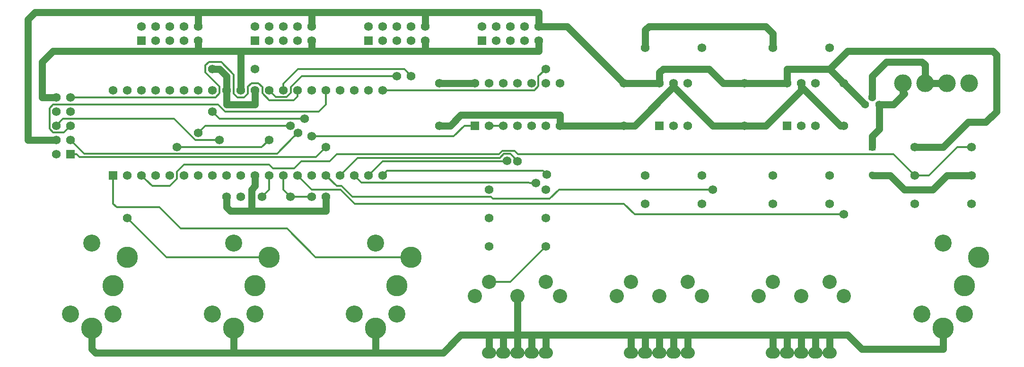
<source format=gbl>
G04 #@! TF.FileFunction,Copper,L2,Bot,Signal*
%FSLAX46Y46*%
G04 Gerber Fmt 4.6, Leading zero omitted, Abs format (unit mm)*
G04 Created by KiCad (PCBNEW (2016-03-22 BZR 6643, Git db8c72c)-product) date 3/23/2016 7:30:48 PM*
%MOMM*%
G01*
G04 APERTURE LIST*
%ADD10C,0.100000*%
%ADD11O,2.540000X2.032000*%
%ADD12C,2.540000*%
%ADD13C,1.574800*%
%ADD14R,1.574800X1.574800*%
%ADD15C,3.810000*%
%ADD16C,3.048000*%
%ADD17R,1.300000X1.300000*%
%ADD18C,1.300000*%
%ADD19C,3.175000*%
%ADD20C,1.397000*%
%ADD21C,1.270000*%
%ADD22C,0.304800*%
G04 APERTURE END LIST*
D10*
D11*
X190500000Y-115570000D03*
X180340000Y-115570000D03*
X185420000Y-115570000D03*
X182880000Y-115570000D03*
X187960000Y-115570000D03*
D12*
X185420000Y-105410000D03*
X177800000Y-105410000D03*
X193040000Y-105410000D03*
X180340000Y-102870000D03*
X190500000Y-102870000D03*
D11*
X215900000Y-115570000D03*
X205740000Y-115570000D03*
X210820000Y-115570000D03*
X208280000Y-115570000D03*
X213360000Y-115570000D03*
D12*
X210820000Y-105410000D03*
X203200000Y-105410000D03*
X218440000Y-105410000D03*
X205740000Y-102870000D03*
X215900000Y-102870000D03*
D11*
X165100000Y-115570000D03*
X154940000Y-115570000D03*
X160020000Y-115570000D03*
X157480000Y-115570000D03*
X162560000Y-115570000D03*
D12*
X160020000Y-105410000D03*
X152400000Y-105410000D03*
X167640000Y-105410000D03*
X154940000Y-102870000D03*
X165100000Y-102870000D03*
D13*
X241300000Y-88900000D03*
X231140000Y-88900000D03*
X193040000Y-88900000D03*
X182880000Y-88900000D03*
X215900000Y-88900000D03*
X205740000Y-88900000D03*
X182880000Y-60960000D03*
X193040000Y-60960000D03*
X205740000Y-60960000D03*
X215900000Y-60960000D03*
X165100000Y-86360000D03*
X154940000Y-86360000D03*
X154940000Y-96520000D03*
X165100000Y-96520000D03*
X165100000Y-91440000D03*
X154940000Y-91440000D03*
X87630000Y-68580000D03*
D14*
X87630000Y-83820000D03*
D13*
X90170000Y-68580000D03*
X90170000Y-83820000D03*
X92710000Y-68580000D03*
X92710000Y-83820000D03*
X95250000Y-68580000D03*
X95250000Y-83820000D03*
X97790000Y-68580000D03*
X97790000Y-83820000D03*
X100330000Y-68580000D03*
X100330000Y-83820000D03*
X102870000Y-68580000D03*
X102870000Y-83820000D03*
X105410000Y-68580000D03*
X105410000Y-83820000D03*
X107950000Y-68580000D03*
X107950000Y-83820000D03*
X110490000Y-68580000D03*
X110490000Y-83820000D03*
X113030000Y-68580000D03*
X113030000Y-83820000D03*
X115570000Y-68580000D03*
X115570000Y-83820000D03*
X118110000Y-68580000D03*
X118110000Y-83820000D03*
X120650000Y-68580000D03*
X120650000Y-83820000D03*
X123190000Y-68580000D03*
X123190000Y-83820000D03*
X125730000Y-68580000D03*
X125730000Y-83820000D03*
X128270000Y-68580000D03*
X128270000Y-83820000D03*
X130810000Y-68580000D03*
X130810000Y-83820000D03*
X133350000Y-68580000D03*
X133350000Y-83820000D03*
X135890000Y-68580000D03*
X135890000Y-83820000D03*
X185420000Y-67310000D03*
D14*
X185420000Y-74930000D03*
D13*
X187960000Y-67310000D03*
X187960000Y-74930000D03*
X190500000Y-67310000D03*
X190500000Y-74930000D03*
X208280000Y-67310000D03*
D14*
X208280000Y-74930000D03*
D13*
X210820000Y-67310000D03*
X210820000Y-74930000D03*
X213360000Y-67310000D03*
X213360000Y-74930000D03*
X152400000Y-67310000D03*
D14*
X152400000Y-74930000D03*
D13*
X154940000Y-67310000D03*
X154940000Y-74930000D03*
X157480000Y-67310000D03*
X157480000Y-74930000D03*
X160020000Y-67310000D03*
X160020000Y-74930000D03*
X162560000Y-67310000D03*
X162560000Y-74930000D03*
X165100000Y-67310000D03*
X165100000Y-74930000D03*
X167640000Y-67310000D03*
X167640000Y-74930000D03*
X182880000Y-83820000D03*
X193040000Y-83820000D03*
X231140000Y-78740000D03*
X241300000Y-78740000D03*
X231140000Y-83820000D03*
X241300000Y-83820000D03*
X205740000Y-83820000D03*
X215900000Y-83820000D03*
D15*
X236220000Y-111201200D03*
D16*
X240030000Y-108661200D03*
D15*
X240030000Y-103581200D03*
X242570000Y-98501200D03*
D16*
X236220000Y-95961200D03*
X232410000Y-108661200D03*
D15*
X109220000Y-111201200D03*
D16*
X113030000Y-108661200D03*
D15*
X113030000Y-103581200D03*
X115570000Y-98501200D03*
D16*
X109220000Y-95961200D03*
X105410000Y-108661200D03*
D15*
X134620000Y-111201200D03*
D16*
X138430000Y-108661200D03*
D15*
X138430000Y-103581200D03*
X140970000Y-98501200D03*
D16*
X134620000Y-95961200D03*
X130810000Y-108661200D03*
D15*
X83820000Y-111201200D03*
D16*
X87630000Y-108661200D03*
D15*
X87630000Y-103581200D03*
X90170000Y-98501200D03*
D16*
X83820000Y-95961200D03*
X80010000Y-108661200D03*
D13*
X218440000Y-67310000D03*
X218440000Y-74930000D03*
X200660000Y-67310000D03*
X200660000Y-74930000D03*
X179070000Y-67310000D03*
X179070000Y-74930000D03*
X146050000Y-67310000D03*
X146050000Y-74930000D03*
X105410000Y-64770000D03*
X113030000Y-64770000D03*
D17*
X223520000Y-78740000D03*
D18*
X223520000Y-83740000D03*
D19*
X229006400Y-67310000D03*
X232968800Y-67310000D03*
X236931200Y-67310000D03*
X240893600Y-67310000D03*
D13*
X123190000Y-87630000D03*
X125730000Y-87630000D03*
X110490000Y-87630000D03*
X107950000Y-87630000D03*
X119380000Y-87630000D03*
X114300000Y-87630000D03*
D20*
X222250000Y-71120000D03*
X223520000Y-69850000D03*
X224790000Y-71120000D03*
D14*
X92710000Y-59690000D03*
D13*
X92710000Y-57150000D03*
X95250000Y-59690000D03*
X95250000Y-57150000D03*
X97790000Y-59690000D03*
X97790000Y-57150000D03*
X100330000Y-59690000D03*
X100330000Y-57150000D03*
X102870000Y-59690000D03*
X102870000Y-57150000D03*
D14*
X113030000Y-59690000D03*
D13*
X113030000Y-57150000D03*
X115570000Y-59690000D03*
X115570000Y-57150000D03*
X118110000Y-59690000D03*
X118110000Y-57150000D03*
X120650000Y-59690000D03*
X120650000Y-57150000D03*
X123190000Y-59690000D03*
X123190000Y-57150000D03*
D14*
X133350000Y-59690000D03*
D13*
X133350000Y-57150000D03*
X135890000Y-59690000D03*
X135890000Y-57150000D03*
X138430000Y-59690000D03*
X138430000Y-57150000D03*
X140970000Y-59690000D03*
X140970000Y-57150000D03*
X143510000Y-59690000D03*
X143510000Y-57150000D03*
D14*
X153670000Y-59690000D03*
D13*
X153670000Y-57150000D03*
X156210000Y-59690000D03*
X156210000Y-57150000D03*
X158750000Y-59690000D03*
X158750000Y-57150000D03*
X161290000Y-59690000D03*
X161290000Y-57150000D03*
X163830000Y-59690000D03*
X163830000Y-57150000D03*
D14*
X80010000Y-80010000D03*
D13*
X77470000Y-80010000D03*
X80010000Y-77470000D03*
X77470000Y-77470000D03*
X80010000Y-74930000D03*
X77470000Y-74930000D03*
X80010000Y-72390000D03*
X77470000Y-72390000D03*
X80010000Y-69850000D03*
X77470000Y-69850000D03*
X90170000Y-91440000D03*
X160020000Y-81280000D03*
X163322000Y-85216998D03*
X158166700Y-81221844D03*
X165280470Y-83725011D03*
X165100000Y-64770000D03*
X125730000Y-78740000D03*
X120691126Y-76241126D03*
X106680000Y-77470000D03*
X140970000Y-66040000D03*
X138430000Y-66040000D03*
X99060000Y-78740000D03*
X115570000Y-77470000D03*
X102870000Y-76200000D03*
X119380000Y-74930000D03*
X105410000Y-72390000D03*
X121920000Y-73660000D03*
X194945000Y-86360000D03*
X218440000Y-90805000D03*
X123190000Y-76835000D03*
D21*
X123190000Y-61595000D02*
X110490000Y-61595000D01*
X110490000Y-61595000D02*
X102870000Y-61595000D01*
X110490000Y-68580000D02*
X110490000Y-61595000D01*
X163830000Y-61595000D02*
X143510000Y-61595000D01*
X163830000Y-59690000D02*
X163830000Y-61595000D01*
X143510000Y-61595000D02*
X123190000Y-61595000D01*
X143510000Y-59690000D02*
X143510000Y-61595000D01*
X123190000Y-59690000D02*
X123190000Y-61595000D01*
X77470000Y-69850000D02*
X74930000Y-69850000D01*
X74930000Y-69850000D02*
X74930000Y-63500000D01*
X74930000Y-63500000D02*
X76835000Y-61595000D01*
X102870000Y-61595000D02*
X102870000Y-59690000D01*
X76835000Y-61595000D02*
X102870000Y-61595000D01*
X223520000Y-69850000D02*
X223520000Y-66040000D01*
X223520000Y-66040000D02*
X226060000Y-63500000D01*
X232968800Y-64058800D02*
X232968800Y-67310000D01*
X226060000Y-63500000D02*
X232410000Y-63500000D01*
X232410000Y-63500000D02*
X232968800Y-64058800D01*
X219075000Y-112395000D02*
X215900000Y-112395000D01*
X215900000Y-112395000D02*
X213360000Y-112395000D01*
X215900000Y-115570000D02*
X215900000Y-112395000D01*
X213360000Y-112395000D02*
X210820000Y-112395000D01*
X213360000Y-115570000D02*
X213360000Y-112395000D01*
X210820000Y-112395000D02*
X208280000Y-112395000D01*
X210820000Y-115570000D02*
X210820000Y-112395000D01*
X208280000Y-112395000D02*
X205740000Y-112395000D01*
X208280000Y-115570000D02*
X208280000Y-112395000D01*
X205740000Y-112395000D02*
X190500000Y-112395000D01*
X205740000Y-115570000D02*
X205740000Y-113284000D01*
X205740000Y-113284000D02*
X205740000Y-112395000D01*
X190500000Y-112395000D02*
X187960000Y-112395000D01*
X190500000Y-115570000D02*
X190500000Y-112395000D01*
X187960000Y-112395000D02*
X185420000Y-112395000D01*
X187960000Y-115570000D02*
X187960000Y-112395000D01*
X185420000Y-112395000D02*
X182880000Y-112395000D01*
X185420000Y-115570000D02*
X185420000Y-112395000D01*
X182880000Y-112395000D02*
X180340000Y-112395000D01*
X182880000Y-115570000D02*
X182880000Y-112395000D01*
X180340000Y-112395000D02*
X165100000Y-112395000D01*
X180340000Y-115570000D02*
X180340000Y-113284000D01*
X180340000Y-113284000D02*
X180340000Y-112395000D01*
X165100000Y-112395000D02*
X162560000Y-112395000D01*
X165100000Y-115570000D02*
X165100000Y-112395000D01*
X162560000Y-112395000D02*
X160020000Y-112395000D01*
X162560000Y-115570000D02*
X162560000Y-112395000D01*
X160020000Y-115570000D02*
X160020000Y-113284000D01*
X160020000Y-113284000D02*
X160020000Y-112395000D01*
X154940000Y-112395000D02*
X157480000Y-112395000D01*
X157480000Y-112395000D02*
X160020000Y-112395000D01*
X157480000Y-115570000D02*
X157480000Y-112395000D01*
X149860000Y-112395000D02*
X154940000Y-112395000D01*
X154940000Y-115570000D02*
X154940000Y-112395000D01*
X146050000Y-74930000D02*
X147955000Y-74930000D01*
X167640000Y-73025000D02*
X167640000Y-74930000D01*
X149860000Y-73025000D02*
X167640000Y-73025000D01*
X147955000Y-74930000D02*
X149860000Y-73025000D01*
X113030000Y-83820000D02*
X113030000Y-85725000D01*
X112395000Y-86360000D02*
X112395000Y-90170000D01*
X113030000Y-85725000D02*
X112395000Y-86360000D01*
X107950000Y-87630000D02*
X107950000Y-89535000D01*
X107950000Y-89535000D02*
X108585000Y-90170000D01*
X108585000Y-90170000D02*
X112395000Y-90170000D01*
X125730000Y-90170000D02*
X125730000Y-87630000D01*
X112395000Y-90170000D02*
X125730000Y-90170000D01*
X179070000Y-74930000D02*
X167640000Y-74930000D01*
X179070000Y-74930000D02*
X180975000Y-74930000D01*
X180975000Y-74930000D02*
X187960000Y-67945000D01*
X187960000Y-67945000D02*
X187960000Y-67310000D01*
X200660000Y-74930000D02*
X194945000Y-74930000D01*
X194945000Y-74930000D02*
X187960000Y-67945000D01*
X187960000Y-67945000D02*
X187960000Y-67310000D01*
X200660000Y-74930000D02*
X204470000Y-74930000D01*
X210820000Y-68580000D02*
X210820000Y-67310000D01*
X204470000Y-74930000D02*
X210820000Y-68580000D01*
X218440000Y-74930000D02*
X217805000Y-74930000D01*
X217805000Y-74930000D02*
X210820000Y-67945000D01*
X210820000Y-67945000D02*
X210820000Y-67310000D01*
X241300000Y-83820000D02*
X236855000Y-83820000D01*
X226695000Y-83820000D02*
X223600000Y-83820000D01*
X229235000Y-86360000D02*
X226695000Y-83820000D01*
X234315000Y-86360000D02*
X229235000Y-86360000D01*
X236855000Y-83820000D02*
X234315000Y-86360000D01*
X223600000Y-83820000D02*
X223520000Y-83740000D01*
X236220000Y-111201200D02*
X236220000Y-114935000D01*
X160020000Y-112395000D02*
X160020000Y-112395000D01*
X221615000Y-114935000D02*
X219075000Y-112395000D01*
X236220000Y-114935000D02*
X221615000Y-114935000D01*
X134620000Y-111201200D02*
X134620000Y-115570000D01*
X134620000Y-115570000D02*
X146685000Y-115570000D01*
X160020000Y-112395000D02*
X160020000Y-105410000D01*
X146685000Y-115570000D02*
X149860000Y-112395000D01*
X109220000Y-111201200D02*
X109220000Y-115570000D01*
X83820000Y-111201200D02*
X83820000Y-114935000D01*
X84455000Y-115570000D02*
X109220000Y-115570000D01*
X109220000Y-115570000D02*
X134620000Y-115570000D01*
X83820000Y-114935000D02*
X84455000Y-115570000D01*
X236931200Y-67310000D02*
X232968800Y-67310000D01*
X232968800Y-67310000D02*
X232410000Y-67868800D01*
D22*
X115570000Y-98501200D02*
X97231200Y-98501200D01*
X97231200Y-98501200D02*
X90170000Y-91440000D01*
X140970000Y-98501200D02*
X123901200Y-98501200D01*
X87630000Y-88900000D02*
X87630000Y-83820000D01*
X88265000Y-89535000D02*
X87630000Y-88900000D01*
X95885000Y-89535000D02*
X88265000Y-89535000D01*
X99695000Y-93345000D02*
X95885000Y-89535000D01*
X118745000Y-93345000D02*
X99695000Y-93345000D01*
X123901200Y-98501200D02*
X118745000Y-93345000D01*
X158742643Y-80002643D02*
X159232601Y-80492601D01*
X128270000Y-83820000D02*
X131394210Y-80695790D01*
X131394210Y-80695790D02*
X156888336Y-80695790D01*
X157581483Y-80002643D02*
X158742643Y-80002643D01*
X156888336Y-80695790D02*
X157581483Y-80002643D01*
X159232601Y-80492601D02*
X160020000Y-81280000D01*
X162208449Y-85216998D02*
X163322000Y-85216998D01*
X130810000Y-83820000D02*
X132080000Y-85090000D01*
X162081451Y-85090000D02*
X162208449Y-85216998D01*
X132080000Y-85090000D02*
X162081451Y-85090000D01*
X133350000Y-83820000D02*
X135890000Y-81280000D01*
X135890000Y-81280000D02*
X158108544Y-81280000D01*
X158108544Y-81280000D02*
X158166700Y-81221844D01*
X136677399Y-83032601D02*
X164588060Y-83032601D01*
X164588060Y-83032601D02*
X165280470Y-83725011D01*
X135890000Y-83820000D02*
X136677399Y-83032601D01*
X135890000Y-68580000D02*
X163094418Y-68580000D01*
X163094418Y-68580000D02*
X163779201Y-67895217D01*
X163779201Y-67895217D02*
X163779201Y-66090799D01*
X163779201Y-66090799D02*
X165100000Y-64770000D01*
D21*
X163830000Y-57150000D02*
X168910000Y-57150000D01*
X168910000Y-57150000D02*
X179070000Y-67310000D01*
X77470000Y-77470000D02*
X72390000Y-77470000D01*
X72390000Y-77470000D02*
X72390000Y-55880000D01*
X72390000Y-55880000D02*
X73660000Y-54610000D01*
X73660000Y-54610000D02*
X102870000Y-54610000D01*
X102870000Y-54610000D02*
X123190000Y-54610000D01*
X102870000Y-57150000D02*
X102870000Y-54610000D01*
X123190000Y-54610000D02*
X143510000Y-54610000D01*
X123190000Y-57150000D02*
X123190000Y-54610000D01*
X163830000Y-57150000D02*
X163830000Y-54610000D01*
X163830000Y-54610000D02*
X143510000Y-54610000D01*
X143510000Y-54610000D02*
X143510000Y-57150000D01*
X182880000Y-57785000D02*
X183515000Y-57150000D01*
X183515000Y-57150000D02*
X204470000Y-57150000D01*
X204470000Y-57150000D02*
X205740000Y-58420000D01*
X218440000Y-67310000D02*
X222250000Y-71120000D01*
X231140000Y-78740000D02*
X236220000Y-78740000D01*
X219075000Y-61595000D02*
X215900000Y-64770000D01*
X245110000Y-61595000D02*
X219075000Y-61595000D01*
X245745000Y-62230000D02*
X245110000Y-61595000D01*
X245745000Y-72390000D02*
X245745000Y-62230000D01*
X243840000Y-74295000D02*
X245745000Y-72390000D01*
X240665000Y-74295000D02*
X243840000Y-74295000D01*
X236220000Y-78740000D02*
X240665000Y-74295000D01*
X146050000Y-67310000D02*
X152400000Y-67310000D01*
X107950000Y-68580000D02*
X107950000Y-66040000D01*
X106680000Y-64770000D02*
X105410000Y-64770000D01*
X107950000Y-66040000D02*
X106680000Y-64770000D01*
X185420000Y-67310000D02*
X185420000Y-65405000D01*
X196850000Y-67310000D02*
X200660000Y-67310000D01*
X194310000Y-64770000D02*
X196850000Y-67310000D01*
X186055000Y-64770000D02*
X194310000Y-64770000D01*
X185420000Y-65405000D02*
X186055000Y-64770000D01*
X218440000Y-67310000D02*
X215900000Y-64770000D01*
X208280000Y-64770000D02*
X208280000Y-67310000D01*
X215900000Y-64770000D02*
X208280000Y-64770000D01*
X185420000Y-67310000D02*
X179070000Y-67310000D01*
X208280000Y-67310000D02*
X200660000Y-67310000D01*
X182880000Y-60960000D02*
X182880000Y-57785000D01*
X205740000Y-58420000D02*
X205740000Y-60325000D01*
X205740000Y-60325000D02*
X205740000Y-60960000D01*
X107950000Y-68580000D02*
X107950000Y-71120000D01*
X113030000Y-71120000D02*
X113030000Y-68580000D01*
X107950000Y-71120000D02*
X113030000Y-71120000D01*
D22*
X124942601Y-79527399D02*
X125730000Y-78740000D01*
X123926587Y-80543413D02*
X124942601Y-79527399D01*
X81635613Y-80543413D02*
X123926587Y-80543413D01*
X81102200Y-80010000D02*
X81635613Y-80543413D01*
X80010000Y-80010000D02*
X81102200Y-80010000D01*
X119903727Y-77028525D02*
X120691126Y-76241126D01*
X116973050Y-79959202D02*
X119903727Y-77028525D01*
X82499202Y-79959202D02*
X116973050Y-79959202D01*
X80010000Y-77470000D02*
X82499202Y-79959202D01*
X125730000Y-71120000D02*
X125730000Y-68580000D01*
X124460000Y-72390000D02*
X125730000Y-71120000D01*
X107675382Y-72390000D02*
X124460000Y-72390000D01*
X80010000Y-74930000D02*
X78790799Y-76149201D01*
X78790799Y-76149201D02*
X76884783Y-76149201D01*
X76884783Y-76149201D02*
X76250799Y-75515217D01*
X76250799Y-75515217D02*
X76250799Y-71804783D01*
X76250799Y-71804783D02*
X76884783Y-71170799D01*
X76884783Y-71170799D02*
X106456181Y-71170799D01*
X106456181Y-71170799D02*
X107675382Y-72390000D01*
X78257399Y-74142601D02*
X77470000Y-74930000D01*
X98576379Y-73710799D02*
X78689201Y-73710799D01*
X78689201Y-73710799D02*
X78257399Y-74142601D01*
X102335580Y-77470000D02*
X98576379Y-73710799D01*
X106680000Y-77470000D02*
X102335580Y-77470000D01*
X109245399Y-69177409D02*
X109917990Y-69850000D01*
X106705399Y-67907409D02*
X104165399Y-65367409D01*
X104812591Y-63525399D02*
X106980017Y-63525399D01*
X113627409Y-67335399D02*
X114350799Y-68058789D01*
X80010000Y-69850000D02*
X105961579Y-69850000D01*
X114350799Y-69165217D02*
X115568994Y-70383412D01*
X105961579Y-69850000D02*
X106705399Y-69106180D01*
X106705399Y-69106180D02*
X106705399Y-67907409D01*
X111112808Y-69850000D02*
X111785399Y-69177409D01*
X104165399Y-64172591D02*
X104812591Y-63525399D01*
X111785399Y-69177409D02*
X111785399Y-67982591D01*
X111785399Y-67982591D02*
X112432591Y-67335399D01*
X112432591Y-67335399D02*
X113627409Y-67335399D01*
X106980017Y-63525399D02*
X109245399Y-65790781D01*
X114350799Y-68058789D02*
X114350799Y-69165217D01*
X109245399Y-65790781D02*
X109245399Y-69177409D01*
X115568994Y-70383412D02*
X119960139Y-70383412D01*
X119960139Y-70383412D02*
X120650000Y-69693551D01*
X120650000Y-69693551D02*
X120650000Y-68580000D01*
X104165399Y-65367409D02*
X104165399Y-64172591D01*
X109917990Y-69850000D02*
X111112808Y-69850000D01*
X140182601Y-65252601D02*
X140970000Y-66040000D01*
X120755651Y-64820798D02*
X139750798Y-64820798D01*
X118110000Y-68580000D02*
X118110000Y-67466449D01*
X139750798Y-64820798D02*
X140182601Y-65252601D01*
X118110000Y-67466449D02*
X120755651Y-64820798D01*
X118695217Y-69799201D02*
X119430799Y-69063619D01*
X121385582Y-66040000D02*
X138430000Y-66040000D01*
X119430799Y-67994783D02*
X121385582Y-66040000D01*
X119430799Y-69063619D02*
X119430799Y-67994783D01*
X115570000Y-68580000D02*
X116789201Y-69799201D01*
X116789201Y-69799201D02*
X118695217Y-69799201D01*
X114249218Y-78790781D02*
X99110781Y-78790781D01*
X99110781Y-78790781D02*
X99060000Y-78740000D01*
X115570000Y-77470000D02*
X114249218Y-78790781D01*
X104140000Y-74930000D02*
X102870000Y-76200000D01*
X119380000Y-74930000D02*
X104140000Y-74930000D01*
X121920000Y-73660000D02*
X106680000Y-73660000D01*
X106680000Y-73660000D02*
X105410000Y-72390000D01*
X165100000Y-96520000D02*
X158750000Y-102870000D01*
X158750000Y-102870000D02*
X154940000Y-102870000D01*
X97790000Y-85725000D02*
X94615000Y-85725000D01*
X94615000Y-85725000D02*
X93497399Y-84607399D01*
X159519048Y-79418432D02*
X157339495Y-79418432D01*
X100330000Y-81915000D02*
X99060000Y-83185000D01*
X231140000Y-83820000D02*
X227330000Y-80010000D01*
X227330000Y-80010000D02*
X160110616Y-80010000D01*
X126365000Y-81280000D02*
X121285000Y-81280000D01*
X93497399Y-84607399D02*
X92710000Y-83820000D01*
X99060000Y-84455000D02*
X97790000Y-85725000D01*
X99060000Y-83185000D02*
X99060000Y-84455000D01*
X116205000Y-82550000D02*
X115570000Y-81915000D01*
X120015000Y-82550000D02*
X116205000Y-82550000D01*
X115570000Y-81915000D02*
X100330000Y-81915000D01*
X127635000Y-80010000D02*
X126365000Y-81280000D01*
X157339495Y-79418432D02*
X156747928Y-80010000D01*
X156747928Y-80010000D02*
X127635000Y-80010000D01*
X121285000Y-81280000D02*
X120015000Y-82550000D01*
X160110616Y-80010000D02*
X159519048Y-79418432D01*
X241300000Y-78740000D02*
X238760000Y-78740000D01*
X233680000Y-83820000D02*
X231140000Y-83820000D01*
X238760000Y-78740000D02*
X233680000Y-83820000D01*
X125730000Y-83820000D02*
X127635000Y-85725000D01*
X193831449Y-86360000D02*
X194945000Y-86360000D01*
X127635000Y-85725000D02*
X128522604Y-85725000D01*
X128522604Y-85725000D02*
X130427604Y-87630000D01*
X130427604Y-87630000D02*
X155236408Y-87630000D01*
X155236408Y-87630000D02*
X155617408Y-88011000D01*
X155617408Y-88011000D02*
X165807116Y-88011000D01*
X165807116Y-88011000D02*
X167458116Y-86360000D01*
X167458116Y-86360000D02*
X193831449Y-86360000D01*
X120650000Y-83820000D02*
X123190000Y-86360000D01*
X128331406Y-86360000D02*
X130871406Y-88900000D01*
X180975000Y-90805000D02*
X217326449Y-90805000D01*
X123190000Y-86360000D02*
X128331406Y-86360000D01*
X130871406Y-88900000D02*
X179070000Y-88900000D01*
X179070000Y-88900000D02*
X180975000Y-90805000D01*
X217326449Y-90805000D02*
X218440000Y-90805000D01*
X154940000Y-74930000D02*
X157480000Y-74930000D01*
X115570000Y-83820000D02*
X115570000Y-86360000D01*
X115570000Y-86360000D02*
X114300000Y-87630000D01*
X118110000Y-83820000D02*
X118110000Y-86360000D01*
X118110000Y-86360000D02*
X119380000Y-87630000D01*
X123190000Y-87630000D02*
X119380000Y-87630000D01*
X152400000Y-74930000D02*
X150495000Y-74930000D01*
X148590000Y-76835000D02*
X123190000Y-76835000D01*
X150495000Y-74930000D02*
X148590000Y-76835000D01*
D21*
X224790000Y-75550000D02*
X224790000Y-71120000D01*
X224790000Y-71120000D02*
X227330000Y-71120000D01*
X227330000Y-71120000D02*
X229235000Y-69215000D01*
X229235000Y-69215000D02*
X229006400Y-68986400D01*
X223520000Y-78740000D02*
X223520000Y-76820000D01*
X223520000Y-76820000D02*
X224790000Y-75550000D01*
X229006400Y-68986400D02*
X229006400Y-67310000D01*
M02*

</source>
